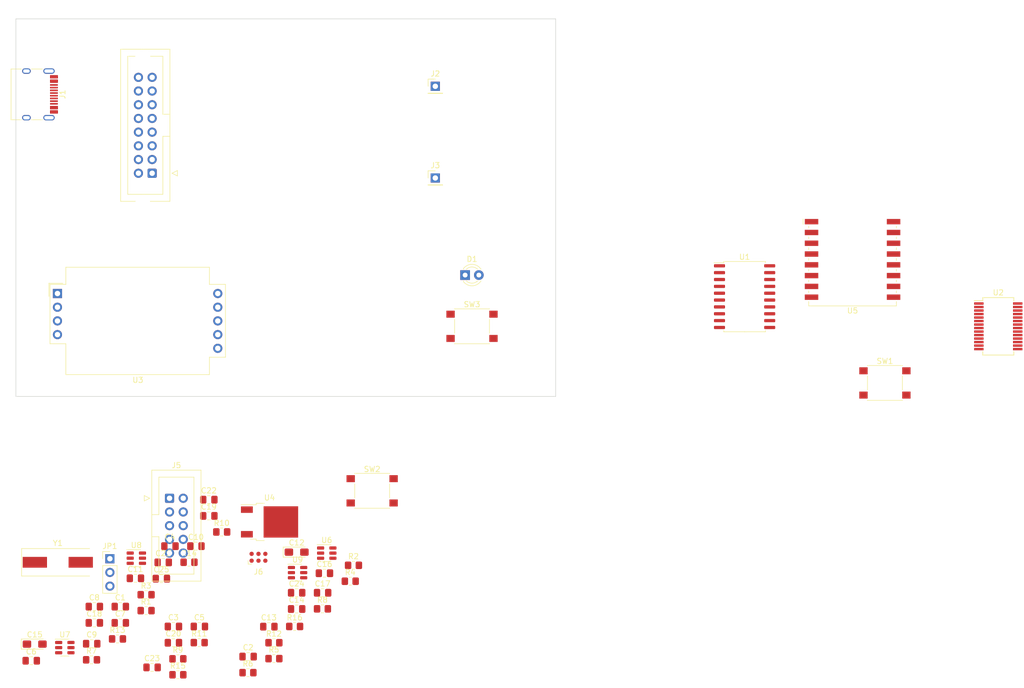
<source format=kicad_pcb>
(kicad_pcb (version 20211014) (generator pcbnew)
  (layers (0 "F.Cu" signal) (31 "B.Cu" signal) (34 "B.Paste" user) (35 "F.Paste" user) (36 "B.SilkS" user "B.Silkscreen") (37 "F.SilkS" user "F.Silkscreen") (38 "B.Mask" user) (39 "F.Mask" user) (44 "Edge.Cuts" user))
  (net 0 "")
  (net 1 "GND")
  (net 2 "Net-(C1-Pad2)")
  (net 3 "Net-(C2-Pad2)")
  (net 4 "Net-(C3-Pad2)")
  (net 5 "+5V")
  (net 6 "Net-(C6-Pad2)")
  (net 7 "Net-(C13-Pad2)")
  (net 8 "Net-(C14-Pad2)")
  (net 9 "+3.3V")
  (net 10 "Net-(D1-Pad2)")
  (net 12 "Net-(J1-PadA6)")
  (net 13 "Net-(J1-PadA7)")
  (net 17 "/RS")
  (net 18 "/VO")
  (net 19 "/E")
  (net 24 "/DB5")
  (net 25 "/DB4")
  (net 26 "/DB7")
  (net 27 "/DB6")
  (net 28 "/LED+")
  (net 29 "Net-(J5-Pad1)")
  (net 31 "/ESP_EN")
  (net 32 "/VDD")
  (net 33 "/ESP_TXD")
  (net 34 "/ESP_RXD")
  (net 35 "/ESP_IO0")
  (net 36 "Net-(JP1-Pad1)")
  (net 37 "Net-(JP1-Pad2)")
  (net 38 "/AVR_DEBUG_TXD")
  (net 39 "Net-(R2-Pad1)")
  (net 40 "Net-(R4-Pad2)")
  (net 41 "Net-(R10-Pad2)")
  (net 42 "Net-(R11-Pad2)")
  (net 43 "Net-(R12-Pad2)")
  (net 44 "Net-(R14-Pad2)")
  (net 45 "Net-(R16-Pad2)")
  (net 46 "Net-(U1-Pad2)")
  (net 47 "Net-(U1-Pad3)")
  (net 48 "/AVR_DEBUG_RXD")
  (net 49 "/AVR_TXD")
  (net 50 "/AVR_RXD")
  (net 51 "Net-(J5-Pad7)")
  (net 52 "Net-(J5-Pad9)")
  (net 74 "/ESP_DEBUG_TXD")
  (net 75 "/ESP_DEBUG_RXD")
  (footprint "Capacitor_SMD:C_0805_2012Metric_Pad1.18x1.45mm_HandSolder" (layer "F.Cu") (at 97.53 175.98)
    (fp_text reference "C18" (at 0 -1.68) (layer "F.SilkS"))
    (fp_text value "100nF")
    (pad "1" smd roundrect (at -1.0375 0) (size 1.175 1.45) (layers "F.Cu" "F.Paste" "F.Mask") (roundrect_rratio 0.212766) (net 1 "GND"))
    (pad "2" smd roundrect (at 1.0375 0) (size 1.175 1.45) (layers "F.Cu" "F.Paste" "F.Mask") (roundrect_rratio 0.212766) (net 9 "+3.3V"))
  )
  (footprint "Capacitor_SMD:C_0805_2012Metric_Pad1.18x1.45mm_HandSolder" (layer "F.Cu") (at 116.35 161.76)
    (fp_text reference "C10" (at 0 -1.68) (layer "F.SilkS"))
    (fp_text value "1uF")
    (pad "1" smd roundrect (at -1.0375 0) (size 1.175 1.45) (layers "F.Cu" "F.Paste" "F.Mask") (roundrect_rratio 0.212766) (net 5 "+5V"))
    (pad "2" smd roundrect (at 1.0375 0) (size 1.175 1.45) (layers "F.Cu" "F.Paste" "F.Mask") (roundrect_rratio 0.212766) (net 1 "GND"))
  )
  (footprint "MountingHole:MountingHole_3.2mm_M3" (layer "F.Cu") (at 179 130)
    (fp_text reference locked "REF**" hide)
    (fp_text value "MountingHole_3.2mm_M3" hide)
    (pad "" np_thru_hole circle locked (at 0 0) (size 3.2 3.2) (drill 3.2) (layers F&B.Cu *.Mask))
  )
  (footprint "RF_Module:ESP-07" (layer "F.Cu") (at 238 106.5)
    (fp_text reference "U5" (at 0 11.6) (layer "F.SilkS"))
    (fp_text value "ESP-07")
    (pad "1" smd rect (at -7.6 -4.9) (size 2.5 1) (layers "F.Cu" "F.Paste" "F.Mask") (net 7 "Net-(C13-Pad2)"))
    (pad "2" smd rect (at -7.6 -2.9) (size 2.5 1) (layers "F.Cu" "F.Paste" "F.Mask"))
    (pad "3" smd rect (at -7.6 -0.9) (size 2.5 1) (layers "F.Cu" "F.Paste" "F.Mask") (net 9 "+3.3V"))
    (pad "4" smd rect (at -7.6 1.1) (size 2.5 1) (layers "F.Cu" "F.Paste" "F.Mask") (net 8 "Net-(C14-Pad2)"))
    (pad "5" smd rect (at -7.6 3.1) (size 2.5 1) (layers "F.Cu" "F.Paste" "F.Mask"))
    (pad "6" smd rect (at -7.6 5.1) (size 2.5 1) (layers "F.Cu" "F.Paste" "F.Mask") (net 42 "Net-(R11-Pad2)"))
    (pad "7" smd rect (at -7.6 7.1) (size 2.5 1) (layers "F.Cu" "F.Paste" "F.Mask"))
    (pad "8" smd rect (at -7.6 9.1) (size 2.5 1) (layers "F.Cu" "F.Paste" "F.Mask") (net 9 "+3.3V"))
    (pad "9" smd rect (at 7.6 9.1) (size 2.5 1) (layers "F.Cu" "F.Paste" "F.Mask") (net 1 "GND"))
    (pad "10" smd rect (at 7.6 7.1) (size 2.5 1) (layers "F.Cu" "F.Paste" "F.Mask") (net 44 "Net-(R14-Pad2)"))
    (pad "11" smd rect (at 7.6 5.1) (size 2.5 1) (layers "F.Cu" "F.Paste" "F.Mask") (net 43 "Net-(R12-Pad2)"))
    (pad "12" smd rect (at 7.6 3.1) (size 2.5 1) (layers "F.Cu" "F.Paste" "F.Mask") (net 41 "Net-(R10-Pad2)"))
    (pad "13" smd rect (at 7.6 1.1) (size 2.5 1) (layers "F.Cu" "F.Paste" "F.Mask") (net 74 "/ESP_DEBUG_TXD"))
    (pad "14" smd rect (at 7.6 -0.9) (size 2.5 1) (layers "F.Cu" "F.Paste" "F.Mask") (net 75 "/ESP_DEBUG_RXD"))
    (pad "15" smd rect (at 7.6 -2.9) (size 2.5 1) (layers "F.Cu" "F.Paste" "F.Mask") (net 45 "Net-(R16-Pad2)"))
    (pad "16" smd rect (at 7.6 -4.9) (size 2.5 1) (layers "F.Cu" "F.Paste" "F.Mask") (net 33 "/ESP_TXD"))
  )
  (footprint "Resistor_SMD:R_0805_2012Metric_Pad1.20x1.40mm_HandSolder" (layer "F.Cu") (at 134.64 176.65)
    (fp_text reference "R16" (at 0 -1.65) (layer "F.SilkS"))
    (fp_text value "220R")
    (pad "1" smd roundrect (at -1 0) (size 1.2 1.4) (layers "F.Cu" "F.Paste" "F.Mask") (roundrect_rratio 0.208333) (net 34 "/ESP_RXD"))
    (pad "2" smd roundrect (at 1 0) (size 1.2 1.4) (layers "F.Cu" "F.Paste" "F.Mask") (roundrect_rratio 0.208333) (net 45 "Net-(R16-Pad2)"))
  )
  (footprint "Package_TO_SOT_SMD:SOT-23-6" (layer "F.Cu") (at 92.06 180.57)
    (fp_text reference "U7" (at 0 -2.4) (layer "F.SilkS"))
    (fp_text value "SN74LVC1T45DBV")
    (pad "1" smd roundrect (at -1.1375 -0.95) (size 1.325 0.6) (layers "F.Cu" "F.Paste" "F.Mask") (net 9 "+3.3V"))
    (pad "2" smd roundrect (at -1.1375 0) (size 1.325 0.6) (layers "F.Cu" "F.Paste" "F.Mask") (net 1 "GND"))
    (pad "3" smd roundrect (at -1.1375 0.95) (size 1.325 0.6) (layers "F.Cu" "F.Paste" "F.Mask") (net 74 "/ESP_DEBUG_TXD"))
    (pad "4" smd roundrect (at 1.1375 0.95) (size 1.325 0.6) (layers "F.Cu" "F.Paste" "F.Mask") (net 36 "Net-(JP1-Pad1)"))
    (pad "5" smd roundrect (at 1.1375 0) (size 1.325 0.6) (layers "F.Cu" "F.Paste" "F.Mask") (net 9 "+3.3V"))
    (pad "6" smd roundrect (at 1.1375 -0.95) (size 1.325 0.6) (layers "F.Cu" "F.Paste" "F.Mask") (net 5 "+5V"))
  )
  (footprint "Package_TO_SOT_SMD:SOT-23-6" (layer "F.Cu") (at 135.18 166.67)
    (fp_text reference "U9" (at 0 -2.4) (layer "F.SilkS"))
    (fp_text value "SN74LVC1T45DBV")
    (pad "1" smd roundrect (at -1.1375 -0.95) (size 1.325 0.6) (layers "F.Cu" "F.Paste" "F.Mask") (net 9 "+3.3V"))
    (pad "2" smd roundrect (at -1.1375 0) (size 1.325 0.6) (layers "F.Cu" "F.Paste" "F.Mask") (net 1 "GND"))
    (pad "3" smd roundrect (at -1.1375 0.95) (size 1.325 0.6) (layers "F.Cu" "F.Paste" "F.Mask") (net 33 "/ESP_TXD"))
    (pad "4" smd roundrect (at 1.1375 0.95) (size 1.325 0.6) (layers "F.Cu" "F.Paste" "F.Mask") (net 50 "/AVR_RXD"))
    (pad "5" smd roundrect (at 1.1375 0) (size 1.325 0.6) (layers "F.Cu" "F.Paste" "F.Mask") (net 9 "+3.3V"))
    (pad "6" smd roundrect (at 1.1375 -0.95) (size 1.325 0.6) (layers "F.Cu" "F.Paste" "F.Mask") (net 5 "+5V"))
  )
  (footprint "Capacitor_SMD:C_0805_2012Metric_Pad1.18x1.45mm_HandSolder" (layer "F.Cu") (at 109.95 167.78)
    (fp_text reference "C25" (at 0 -1.68) (layer "F.SilkS"))
    (fp_text value "100nF")
    (pad "1" smd roundrect (at -1.0375 0) (size 1.175 1.45) (layers "F.Cu" "F.Paste" "F.Mask") (roundrect_rratio 0.212766) (net 5 "+5V"))
    (pad "2" smd roundrect (at 1.0375 0) (size 1.175 1.45) (layers "F.Cu" "F.Paste" "F.Mask") (roundrect_rratio 0.212766) (net 1 "GND"))
  )
  (footprint "Button_Switch_SMD:SW_Push_1P1T_NO_6x6mm_H9.5mm" (layer "F.Cu") (at 244 131.5)
    (fp_text reference "SW1" (at 0 -4.05) (layer "F.SilkS"))
    (fp_text value "\"Reset\"")
    (pad "1" smd rect (at -3.975 -2.25) (size 1.55 1.3) (layers "F.Cu" "F.Paste" "F.Mask") (net 1 "GND"))
    (pad "1" smd rect (at 3.975 -2.25) (size 1.55 1.3) (layers "F.Cu" "F.Paste" "F.Mask") (net 1 "GND"))
    (pad "2" smd rect (at 3.975 2.25) (size 1.55 1.3) (layers "F.Cu" "F.Paste" "F.Mask") (net 2 "Net-(C1-Pad2)"))
    (pad "2" smd rect (at -3.975 2.25) (size 1.55 1.3) (layers "F.Cu" "F.Paste" "F.Mask") (net 2 "Net-(C1-Pad2)"))
  )
  (footprint "Button_Switch_SMD:SW_Push_1P1T_NO_6x6mm_H9.5mm" (layer "F.Cu") (at 167.5 121)
    (fp_text reference locked "SW3" (at 0 -4.05) (layer "F.SilkS"))
    (fp_text value locked "\"Config\"")
    (pad "1" smd rect locked (at -3.975 -2.25) (size 1.55 1.3) (layers "F.Cu" "F.Paste" "F.Mask") (net 1 "GND"))
    (pad "1" smd rect locked (at 3.975 -2.25) (size 1.55 1.3) (layers "F.Cu" "F.Paste" "F.Mask") (net 1 "GND"))
    (pad "2" smd rect locked (at 3.975 2.25) (size 1.55 1.3) (layers "F.Cu" "F.Paste" "F.Mask") (net 8 "Net-(C14-Pad2)"))
    (pad "2" smd rect locked (at -3.975 2.25) (size 1.55 1.3) (layers "F.Cu" "F.Paste" "F.Mask") (net 8 "Net-(C14-Pad2)"))
  )
  (footprint "Capacitor_SMD:C_0805_2012Metric_Pad1.18x1.45mm_HandSolder" (layer "F.Cu") (at 108.23 184.24)
    (fp_text reference "C23" (at 0 -1.68) (layer "F.SilkS"))
    (fp_text value "100nF")
    (pad "1" smd roundrect (at -1.0375 0) (size 1.175 1.45) (layers "F.Cu" "F.Paste" "F.Mask") (roundrect_rratio 0.212766) (net 5 "+5V"))
    (pad "2" smd roundrect (at 1.0375 0) (size 1.175 1.45) (layers "F.Cu" "F.Paste" "F.Mask") (roundrect_rratio 0.212766) (net 1 "GND"))
  )
  (footprint "Capacitor_SMD:C_0805_2012Metric_Pad1.18x1.45mm_HandSolder" (layer "F.Cu") (at 112.18 176.66)
    (fp_text reference "C3" (at 0 -1.68) (layer "F.SilkS"))
    (fp_text value "20pF")
    (pad "1" smd roundrect (at -1.0375 0) (size 1.175 1.45) (layers "F.Cu" "F.Paste" "F.Mask") (roundrect_rratio 0.212766) (net 1 "GND"))
    (pad "2" smd roundrect (at 1.0375 0) (size 1.175 1.45) (layers "F.Cu" "F.Paste" "F.Mask") (roundrect_rratio 0.212766) (net 4 "Net-(C3-Pad2)"))
  )
  (footprint "Resistor_SMD:R_0805_2012Metric_Pad1.20x1.40mm_HandSolder" (layer "F.Cu") (at 115.07 164.74)
    (fp_text reference "R14" (at 0 -1.65) (layer "F.SilkS"))
    (fp_text value "10K")
    (pad "1" smd roundrect (at -1 0) (size 1.2 1.4) (layers "F.Cu" "F.Paste" "F.Mask") (roundrect_rratio 0.208333) (net 1 "GND"))
    (pad "2" smd roundrect (at 1 0) (size 1.2 1.4) (layers "F.Cu" "F.Paste" "F.Mask") (roundrect_rratio 0.208333) (net 44 "Net-(R14-Pad2)"))
  )
  (footprint "MountingHole:MountingHole_3mm" (layer "F.Cu") (at 106.5 98.5 180)
    (fp_text reference "REF**" hide)
    (fp_text value "MountingHole_3mm" hide)
    (pad "" np_thru_hole circle locked (at 0 0 180) (size 3 3) (drill 3) (layers F&B.Cu *.Mask))
  )
  (footprint "MountingHole:MountingHole_3.2mm_M3" (layer "F.Cu") (at 179 68)
    (fp_text reference "REF**" hide)
    (fp_text value "MountingHole_3.2mm_M3" hide)
    (pad "" np_thru_hole circle locked (at 0 0) (size 3.2 3.2) (drill 3.2) (layers F&B.Cu *.Mask))
  )
  (footprint "Capacitor_Tantalum_SMD:CP_EIA-3216-18_Kemet-A_Pad1.58x1.35mm_HandSolder" (layer "F.Cu") (at 135.01 162.87)
    (fp_text reference "C12" (at 0 -1.75) (layer "F.SilkS"))
    (fp_text value "10uF x 10V")
    (pad "1" smd roundrect (at -1.4375 0) (size 1.575 1.35) (layers "F.Cu" "F.Paste" "F.Mask") (roundrect_rratio 0.185185) (net 5 "+5V"))
    (pad "2" smd roundrect (at 1.4375 0) (size 1.575 1.35) (layers "F.Cu" "F.Paste" "F.Mask") (roundrect_rratio 0.185185) (net 1 "GND"))
  )
  (footprint "Connector_USB:USB_C_Receptacle_HRO_TYPE-C-31-M-12" (layer "F.Cu") (at 86 78 -90)
    (fp_text reference "J1" (at 0 -5.645 90) (layer "F.SilkS"))
    (fp_text value "USB TYPE-C")
    (pad "" np_thru_hole circle locked (at -2.89 -2.6 270) (size 0.65 0.65) (drill 0.65) (layers *.Cu *.Mask))
    (pad "" np_thru_hole circle locked (at 2.89 -2.6 270) (size 0.65 0.65) (drill 0.65) (layers *.Cu *.Mask))
    (pad "A1" smd rect locked (at -3.25 -4.045 270) (size 0.6 1.45) (layers "F.Cu" "F.Paste" "F.Mask") (net 1 "GND"))
    (pad "A4" smd rect locked (at -2.45 -4.045 270) (size 0.6 1.45) (layers "F.Cu" "F.Paste" "F.Mask") (net 5 "+5V"))
    (pad "A5" smd rect locked (at -1.25 -4.045 270) (size 0.3 1.45) (layers "F.Cu" "F.Paste" "F.Mask"))
    (pad "A6" smd rect locked (at -0.25 -4.045 270) (size 0.3 1.45) (layers "F.Cu" "F.Paste" "F.Mask") (net 12 "Net-(J1-PadA6)"))
    (pad "A7" smd rect locked (at 0.25 -4.045 270) (size 0.3 1.45) (layers "F.Cu" "F.Paste" "F.Mask") (net 13 "Net-(J1-PadA7)"))
    (pad "A8" smd rect locked (at 1.25 -4.045 270) (size 0.3 1.45) (layers "F.Cu" "F.Paste" "F.Mask"))
    (pad "A9" smd rect locked (at 2.45 -4.045 270) (size 0.6 1.45) (layers "F.Cu" "F.Paste" "F.Mask") (net 5 "+5V"))
    (pad "A12" smd rect locked (at 3.25 -4.045 270) (size 0.6 1.45) (layers "F.Cu" "F.Paste" "F.Mask") (net 1 "GND"))
    (pad "B1" smd rect locked (at 3.25 -4.045 270) (size 0.6 1.45) (layers "F.Cu" "F.Paste" "F.Mask") (net 1 "GND"))
    (pad "B4" smd rect locked (at 2.45 -4.045 270) (size 0.6 1.45) (layers "F.Cu" "F.Paste" "F.Mask") (net 5 "+5V"))
    (pad "B5" smd rect locked (at 1.75 -4.045 270) (size 0.3 1.45) (layers "F.Cu" "F.Paste" "F.Mask"))
    (pad "B6" smd rect locked (at 0.75 -4.045 270) (size 0.3 1.45) (layers "F.Cu" "F.Paste" "F.Mask") (net 12 "Net-(J1-PadA6)"))
    (pad "B7" smd rect locked (at -0.75 -4.045 270) (size 0.3 1.45) (layers "F.Cu" "F.Paste" "F.Mask") (net 13 "Net-(J1-PadA7)"))
    (pad "B8" smd rect locked (at -1.75 -4.045 270) (size 0.3 1.45) (layers "F.Cu" "F.Paste" "F.Mask"))
    (pad "B9" smd rect locked (at -2.45 -4.045 270) (size 0.6 1.45) (layers "F.Cu" "F.Paste" "F.Mask") (net 5 "+5V"))
    (pad "B12" smd rect locked (at -3.25 -4.045 270) (size 0.6 1.45) (layers "F.Cu" "F.Paste" "F.Mask") (net 1 "GND"))
    (pad "S1" thru_hole oval locked (at -4.32 -3.13 270) (size 1 2.1) (drill oval 0.6 1.7) (layers *.Cu *.Mask) (net 1 "GND"))
    (pad "S1" thru_hole oval locked (at -4.32 1.05 270) (size 1 1.6) (drill oval 0.6 1.2) (layers *.Cu *.Mask) (net 1 "GND"))
    (pad "S1" thru_hole oval locked (at 4.32 -3.13 270) (size 1 2.1) (drill oval 0.6 1.7) (layers *.Cu *.Mask) (net 1 "GND"))
    (pad "S1" thru_hole oval locked (at 4.32 1.05 270) (size 1 1.6) (drill oval 0.6 1.2) (layers *.Cu *.Mask) (net 1 "GND"))
  )
  (footprint "Capacitor_SMD:C_0805_2012Metric_Pad1.18x1.45mm_HandSolder" (layer "F.Cu") (at 118.74 153.14)
    (fp_text reference "C22" (at 0 -1.68) (layer "F.SilkS"))
    (fp_text value "100nF")
    (pad "1" smd roundrect (at -1.0375 0) (size 1.175 1.45) (layers "F.Cu" "F.Paste" "F.Mask") (roundrect_rratio 0.212766) (net 1 "GND"))
    (pad "2" smd roundrect (at 1.0375 0) (size 1.175 1.45) (layers "F.Cu" "F.Paste" "F.Mask") (roundrect_rratio 0.212766) (net 9 "+3.3V"))
  )
  (footprint "Sensor:Senseair_S8_Up" (layer "F.Cu") (at 90.6975 114.92)
    (fp_text reference "U3" (at 14.9 16.04) (layer "F.SilkS"))
    (fp_text value "004-0-0053")
    (pad "1" thru_hole rect locked (at 0 0 180) (size 1.7 1.7) (drill 1) (layers *.Cu *.Mask) (net 5 "+5V"))
    (pad "2" thru_hole circle locked (at 0 2.54 180) (size 1.7 1.7) (drill 1) (layers *.Cu *.Mask) (net 1 "GND"))
    (pad "3" thru_hole circle locked (at 0 5.08 180) (size 1.7 1.7) (drill 1) (layers *.Cu *.Mask))
    (pad "4" thru_hole circle locked (at 0 7.62 180) (size 1.7 1.7) (drill 1) (layers *.Cu *.Mask))
    (pad "5" thru_hole circle locked (at 29.7 10.16 180) (size 1.7 1.7) (drill 1) (layers *.Cu *.Mask))
    (pad "6" thru_hole circle locked (at 29.7 7.62 180) (size 1.7 1.7) (drill 1) (layers *.Cu *.Mask))
    (pad "7" thru_hole circle locked (at 29.7 5.08 180) (size 1.7 1.7) (drill 1) (layers *.Cu *.Mask) (net 46 "Net-(U1-Pad2)"))
    (pad "8" thru_hole circle locked (at 29.7 2.54 180) (size 1.7 1.7) (drill 1) (layers *.Cu *.Mask) (net 47 "Net-(U1-Pad3)"))
    (pad "9" thru_hole circle locked (at 29.7 0 180) (size 1.7 1.7) (drill 1) (layers *.Cu *.Mask))
  )
  (footprint "Connector_PinHeader_2.54mm:PinHeader_1x03_P2.54mm_Vertical" (layer "F.Cu") (at 100.41 164.09)
    (fp_text reference "JP1" (at 0 -2.33) (layer "F.SilkS"))
    (fp_text value "\"UART RX jumper\"")
    (pad "1" thru_hole rect (at 0 0) (size 1.7 1.7) (drill 1) (layers *.Cu *.Mask) (net 36 "Net-(JP1-Pad1)"))
    (pad "2" thru_hole oval (at 0 2.54) (size 1.7 1.7) (drill 1) (layers *.Cu *.Mask) (net 37 "Net-(JP1-Pad2)"))
    (pad "3" thru_hole oval (at 0 5.08) (size 1.7 1.7) (drill 1) (layers *.Cu *.Mask) (net 38 "/AVR_DEBUG_TXD"))
  )
  (footprint "Crystal:Crystal_SMD_HC49-SD" (layer "F.Cu") (at 90.76 164.75)
    (fp_text reference "Y1" (at 0 -3.55) (layer "F.SilkS"))
    (fp_text value "4 MHz")
    (pad "1" smd rect (at -4.25 0) (size 4.5 2) (layers "F.Cu" "F.Paste" "F.Mask") (net 4 "Net-(C3-Pad2)"))
    (pad "2" smd rect (at 4.25 0) (size 4.5 2) (layers "F.Cu" "F.Paste" "F.Mask") (net 3 "Net-(C2-Pad2)"))
  )
  (footprint "Connector:Tag-Connect_TC2030-IDC-NL_2x03_P1.27mm_Vertical" (layer "F.Cu") (at 127.94 163.82)
    (fp_text reference "J6" (at 0 2.7) (layer "F.SilkS"))
    (fp_text value "BH1.27-6-2")
    (pad "" np_thru_hole circle (at 2.54 -1.016) (size 0.9906 0.9906) (drill 0.9906) (layers *.Cu *.Mask))
    (pad "" np_thru_hole circle (at 2.54 1.016) (size 0.9906 0.9906) (drill 0.9906) (layers *.Cu *.Mask))
    (pad "" np_thru_hole circle (at -2.54 0) (size 0.9906 0.9906) (drill 0.9906) (layers *.Cu *.Mask))
    (pad "1" connect circle (at -1.27 0.635) (size 0.7874 0.7874) (layers "F.Cu" "F.Mask") (net 31 "/ESP_EN"))
    (pad "2" connect circle (at -1.27 -0.635) (size 0.7874 0.7874) (layers "F.Cu" "F.Mask") (net 32 "/VDD"))
    (pad "3" connect circle (at 0 0.635) (size 0.7874 0.7874) (layers "F.Cu" "F.Mask") (net 33 "/ESP_TXD"))
    (pad "4" connect circle (at 0 -0.635) (size 0.7874 0.7874) (layers "F.Cu" "F.Mask") (net 1 "GND"))
    (pad "5" connect circle (at 1.27 0.635) (size 0.7874 0.7874) (layers "F.Cu" "F.Mask") (net 34 "/ESP_RXD"))
    (pad "6" connect circle (at 1.27 -0.635) (size 0.7874 0.7874) (layers "F.Cu" "F.Mask") (net 35 "/ESP_IO0"))
  )
  (footprint "Resistor_SMD:R_0805_2012Metric_Pad1.20x1.40mm_HandSolder" (layer "F.Cu") (at 113.01 182.65)
    (fp_text reference "R9" (at 0 -1.65) (layer "F.SilkS"))
    (fp_text value "10K")
    (pad "1" smd roundrect (at -1 0) (size 1.2 1.4) (layers "F.Cu" "F.Paste" "F.Mask") (roundrect_rratio 0.208333) (net 5 "+5V"))
    (pad "2" smd roundrect (at 1 0) (size 1.2 1.4) (layers "F.Cu" "F.Paste" "F.Mask") (roundrect_rratio 0.208333) (net 8 "Net-(C14-Pad2)"))
  )
  (footprint "MountingHole:MountingHole_3mm" (layer "F.Cu") (at 159.5 98.5 180)
    (fp_text reference "REF**" hide)
    (fp_text value "MountingHole_3mm" hide)
    (pad "" np_thru_hole circle locked (at 0 0 180) (size 3 3) (drill 3) (layers F&B.Cu *.Mask))
  )
  (footprint "Package_TO_SOT_SMD:SOT-23-6" (layer "F.Cu") (at 140.59 163.05)
    (fp_text reference "U6" (at 0 -2.4) (layer "F.SilkS"))
    (fp_text value "SN74LVC1T45DBV")
    (pad "1" smd roundrect (at -1.1375 -0.95) (size 1.325 0.6) (layers "F.Cu" "F.Paste" "F.Mask") (net 9 "+3.3V"))
    (pad "2" smd roundrect (at -1.1375 0) (size 1.325 0.6) (layers "F.Cu" "F.Paste" "F.Mask") (net 1 "GND"))
    (pad "3" smd roundrect (at -1.1375 0.95) (size 1.325 0.6) (layers "F.Cu" "F.Paste" "F.Mask") (net 45 "Net-(R16-Pad2)"))
    (pad "4" smd roundrect (at 1.1375 0.95) (size 1.325 0.6) (layers "F.Cu" "F.Paste" "F.Mask") (net 49 "/AVR_TXD"))
    (pad "5" smd roundrect (at 1.1375 0) (size 1.325 0.6) (layers "F.Cu" "F.Paste" "F.Mask") (net 1 "GND"))
    (pad "6" smd roundrect (at 1.1375 -0.95) (size 1.325 0.6) (layers "F.Cu" "F.Paste" "F.Mask") (net 5 "+5V"))
  )
  (footprint "Resistor_SMD:R_0805_2012Metric_Pad1.20x1.40mm_HandSolder" (layer "F.Cu") (at 130.8 179.66)
    (fp_text reference "R12" (at 0 -1.65) (layer "F.SilkS"))
    (fp_text value "10K")
    (pad "1" smd roundrect (at -1 0) (size 1.2 1.4) (layers "F.Cu" "F.Paste" "F.Mask") (roundrect_rratio 0.208333) (net 9 "+3.3V"))
    (pad "2" smd roundrect (at 1 0) (size 1.2 1.4) (layers "F.Cu" "F.Paste" "F.Mask") (roundrect_rratio 0.208333) (net 43 "Net-(R12-Pad2)"))
  )
  (footprint "MountingHole:MountingHole_3.2mm_M3" (layer "F.Cu") (at 87 68)
    (fp_text reference "REF**" hide)
    (fp_text value "MountingHole_3.2mm_M3" hide)
    (pad "" np_thru_hole circle locked (at 0 0) (size 3.2 3.2) (drill 3.2) (layers *.Cu *.Mask))
  )
  (footprint "MountingHole:MountingHole_3.2mm_M3" (layer "F.Cu") (at 87 130)
    (fp_text reference "REF**" hide)
    (fp_text value "MountingHole_3.2mm_M3" hide)
    (pad "" np_thru_hole circle locked (at 0 0) (size 3.2 3.2) (drill 3.2) (layers F&B.Cu *.Mask))
  )
  (footprint "Package_SO:SOIC-20W_7.5x12.8mm_P1.27mm" (layer "F.Cu") (at 218 115.5)
    (fp_text reference "U1" (at 0 -7.35) (layer "F.SilkS"))
    (fp_text value "ATtiny2313A-SU")
    (pad "1" smd roundrect (at -4.65 -5.715) (size 2.05 0.6) (layers "F.Cu" "F.Paste" "F.Mask") (net 2 "Net-(C1-Pad2)"))
    (pad "2" smd roundrect (at -4.65 -4.445) (size 2.05 0.6) (layers "F.Cu" "F.Paste" "F.Mask") (net 46 "Net-(U1-Pad2)"))
    (pad "3" smd roundrect (at -4.65 -3.175) (size 2.05 0.6) (layers "F.Cu" "F.Paste" "F.Mask") (net 47 "Net-(U1-Pad3)"))
    (pad "4" smd roundrect (at -4.65 -1.905) (size 2.05 0.6) (layers "F.Cu" "F.Paste" "F.Mask") (net 4 "Net-(C3-Pad2)"))
    (pad "5" smd roundrect (at -4.65 -0.635) (size 2.05 0.6) (layers "F.Cu" "F.Paste" "F.Mask") (net 3 "Net-(C2-Pad2)"))
    (pad "6" smd roundrect (at -4.65 0.635) (size 2.05 0.6) (layers "F.Cu" "F.Paste" "F.Mask") (net 25 "/DB4"))
    (pad "7" smd roundrect (at -4.65 1.905) (size 2.05 0.6) (layers "F.Cu" "F.Paste" "F.Mask") (net 24 "/DB5"))
    (pad "8" smd roundrect (at -4.65 3.175) (size 2.05 0.6) (layers "F.Cu" "F.Paste" "F.Mask") (net 27 "/DB6"))
    (pad "9" smd roundrect (at -4.65 4.445) (size 2.05 0.6) (layers "F.Cu" "F.Paste" "F.Mask") (net 26 "/DB7"))
    (pad "10" smd roundrect (at -4.65 5.715) (size 2.05 0.6) (layers "F.Cu" "F.Paste" "F.Mask") (net 1 "GND"))
    (pad "11" smd roundrect (at 4.65 5.715) (size 2.05 0.6) (layers "F.Cu" "F.Paste" "F.Mask") (net 17 "/RS"))
    (pad "12" smd roundrect (at 4.65 4.445) (size 2.05 0.6) (layers "F.Cu" "F.Paste" "F.Mask") (net 48 "/AVR_DEBUG_RXD"))
    (pad "13" smd roundrect (at 4.65 3.175) (size 2.05 0.6) (layers "F.Cu" "F.Paste" "F.Mask") (net 38 "/AVR_DEBUG_TXD"))
    (pad "14" smd roundrect (at 4.65 1.905) (size 2.05 0.6) (layers "F.Cu" "F.Paste" "F.Mask") (net 49 "/AVR_TXD"))
    (pad "15" smd roundrect (at 4.65 0.635) (size 2.05 0.6) (layers "F.Cu" "F.Paste" "F.Mask") (net 50 "/AVR_RXD"))
    (pad "16" smd roundrect (at 4.65 -0.635) (size 2.05 0.6) (layers "F.Cu" "F.Paste" "F.Mask") (net 40 "Net-(R4-Pad2)"))
    (pad "17" smd roundrect (at 4.65 -1.905) (size 2.05 0.6) (layers "F.Cu" "F.Paste" "F.Mask") (net 29 "Net-(J5-Pad1)"))
    (pad "18" smd roundrect (at 4.65 -3.175) (size 2.05 0.6) (layers "F.Cu" "F.Paste" "F.Mask") (net 52 "Net-(J5-Pad9)"))
    (pad "19" smd roundrect (at 4.65 -4.445) (size 2.05 0.6) (layers "F.Cu" "F.Paste" "F.Mask") (net 51 "Net-(J5-Pad7)"))
    (pad "20" smd roundrect (at 4.65 -5.715) (size 2.05 0.6) (layers "F.Cu" "F.Paste" "F.Mask") (net 5 "+5V"))
  )
  (footprint "Capacitor_SMD:C_0805_2012Metric_Pad1.18x1.45mm_HandSolder" (layer "F.Cu") (at 102.34 175.98)
    (fp_text reference "C7" (at 0 -1.68) (layer "F.SilkS"))
    (fp_text value "100nF")
    (pad "1" smd roundrect (at -1.0375 0) (size 1.175 1.45) (layers "F.Cu" "F.Paste" "F.Mask") (roundrect_rratio 0.212766) (net 5 "+5V"))
    (pad "2" smd roundrect (at 1.0375 0) (size 1.175 1.45) (layers "F.Cu" "F.Paste" "F.Mask") (roundrect_rratio 0.212766) (net 1 "GND"))
  )
  (footprint "Capacitor_SMD:C_0805_2012Metric_Pad1.18x1.45mm_HandSolder" (layer "F.Cu") (at 135.01 170.4)
    (fp_text reference "C24" (at 0 -1.68) (layer "F.SilkS"))
    (fp_text value "100nF")
    (pad "1" smd roundrect (at -1.0375 0) (size 1.175 1.45) (layers "F.Cu" "F.Paste" "F.Mask") (roundrect_rratio 0.212766) (net 5 "+5V"))
    (pad "2" smd roundrect (at 1.0375 0) (size 1.175 1.45) (layers "F.Cu" "F.Paste" "F.Mask") (roundrect_rratio 0.212766) (net 1 "GND"))
  )
  (footprint "Capacitor_SMD:C_0805_2012Metric_Pad1.18x1.45mm_HandSolder" (layer "F.Cu") (at 139.82 170.4)
    (fp_text reference "C17" (at 0 -1.68) (layer "F.SilkS"))
    (fp_text value "100nF")
    (pad "1" smd roundrect (at -1.0375 0) (size 1.175 1.45) (layers "F.Cu" "F.Paste" "F.Mask") (roundrect_rratio 0.212766) (net 9 "+3.3V"))
    (pad "2" smd roundrect (at 1.0375 0) (size 1.175 1.45) (layers "F.Cu" "F.Paste" "F.Mask") (roundrect_rratio 0.212766) (net 1 "GND"))
  )
  (footprint "Connector_IDC:IDC-Header_2x08_P2.54mm_Vertical" (layer "F.Cu") (at 108.24 92.62 180)
    (fp_text reference "J4" (at 1.27 -6.1) (layer "F.SilkS"))
    (fp_text value "LCD0802")
    (pad "1" thru_hole roundrect locked (at 0 0 180) (size 1.7 1.7) (drill 1) (layers *.Cu *.Mask) (roundrect_rratio 0.147059) (net 5 "+5V"))
    (pad "2" thru_hole circle locked (at 2.54 0 180) (size 1.7 1.7) (drill 1) (layers *.Cu *.Mask) (net 1 "GND"))
    (pad "3" thru_hole circle locked (at 0 2.54 180) (size 1.7 1.7) (drill 1) (layers *.Cu *.Mask) (net 17 "/RS"))
    (pad "4" thru_hole circle locked (at 2.54 2.54 180) (size 1.7 1.7) (drill 1) (layers *.Cu *.Mask) (net 18 "/VO"))
    (pad "5" thru_hole circle locked (at 0 5.08 180) (size 1.7 1.7) (drill 1) (layers *.Cu *.Mask) (net 19 "/E"))
    (pad "6" thru_hole circle locked (at 2.54 5.08 180) (size 1.7 1.7) (drill 1) (layers *.Cu *.Mask) (net 1 "GND"))
    (pad "7" thru_hole circle locked (at 0 7.62 180) (size 1.7 1.7) (drill 1) (layers *.Cu *.Mask))
    (pad "8" thru_hole circle locked (at 2.54 7.62 180) (size 1.7 1.7) (drill 1) (layers *.Cu *.Mask))
    (pad "9" thru_hole circle locked (at 0 10.16 180) (size 1.7 1.7) (drill 1) (layers *.Cu *.Mask))
    (pad "10" thru_hole circle locked (at 2.54 10.16 180) (size 1.7 1.7) (drill 1) (layers *.Cu *.Mask))
    (pad "11" thru_hole circle locked (at 0 12.7 180) (size 1.7 1.7) (drill 1) (layers *.Cu *.Mask) (net 24 "/DB5"))
    (pad "12" thru_hole circle locked (at 2.54 12.7 180) (size 1.7 1.7) (drill 1) (layers *.Cu *.Mask) (net 25 "/DB4"))
    (pad "13" thru_hole circle locked (at 0 15.24 180) (size 1.7 1.7) (drill 1) (layers *.Cu *.Mask) (net 26 "/DB7"))
    (pad "14" thru_hole circle locked (at 2.54 15.24 180) (size 1.7 1.7) (drill 1) (layers *.Cu *.Mask) (net 27 "/DB6"))
    (pad "15" thru_hole circle locked (at 0 17.78 180) (size 1.7 1.7) (drill 1) (layers *.Cu *.Mask) (net 1 "GND"))
    (pad "16" thru_hole circle locked (at 2.54 17.78 180) (size 1.7 1.7) (drill 1) (layers *.Cu *.Mask) (net 28 "/LED+"))
  )
  (footprint "Resistor_SMD:R_0805_2012Metric_Pad1.20x1.40mm_HandSolder" (layer "F.Cu") (at 101.82 178.96)
    (fp_text reference "R13" (at 0 -1.65) (layer "F.SilkS"))
    (fp_text value "10K")
    (pad "1" smd roundrect (at -1 0) (size 1.2 1.4) (layers "F.Cu" "F.Paste" "F.Mask") (roundrect_rratio 0.208333) (net 9 "+3.3V"))
    (pad "2" smd roundrect (at 1 0) (size 1.2 1.4) (layers "F.Cu" "F.Paste" "F.Mask") (roundrect_rratio 0.208333) (net 35 "/ESP_IO0"))
  )
  (footprint "Resistor_SMD:R_0805_2012Metric_Pad1.20x1.40mm_HandSolder" (layer "F.Cu") (at 125.99 185.21)
    (fp_text reference "R6" (at 0 -1.65) (layer "F.SilkS"))
    (fp_text value "9.1K")
    (pad "1" smd roundrect (at -1 0) (size 1.2 1.4) (layers "F.Cu" "F.Paste" "F.Mask") (roundrect_rratio 0.208333) (net 5 "+5V"))
    (pad "2" smd roundrect (at 1 0) (size 1.2 1.4) (layers "F.Cu" "F.Paste" "F.Mask") (roundrect_rratio 0.208333) (net 18 "/VO"))
  )
  (footprint "Resistor_SMD:R_0805_2012Metric_Pad1.20x1.40mm_HandSolder" (layer "F.Cu") (at 139.79 173.38)
    (fp_text reference "R8" (at 0 -1.65) (layer "F.SilkS"))
    (fp_text value "10K")
    (pad "1" smd roundrect (at -1 0) (size 1.2 1.4) (layers "F.Cu" "F.Paste" "F.Mask") (roundrect_rratio 0.208333) (net 9 "+3.3V"))
    (pad "2" smd roundrect (at 1 0) (size 1.2 1.4) (layers "F.Cu" "F.Paste" "F.Mask") (roundrect_rratio 0.208333) (net 7 "Net-(C13-Pad2)"))
  )
  (footprint "Resistor_SMD:R_0805_2012Metric_Pad1.20x1.40mm_HandSolder" (layer "F.Cu") (at 113.01 185.6)
    (fp_text reference "R15" (at 0 -1.65) (layer "F.SilkS"))
    (fp_text value "100R")
    (pad "1" smd roundrect (at -1 0) (size 1.2 1.4) (layers "F.Cu" "F.Paste" "F.Mask") (roundrect_rratio 0.208333) (net 31 "/ESP_EN"))
    (pad "2" smd roundrect (at 1 0) (size 1.2 1.4) (layers "F.Cu" "F.Paste" "F.Mask") (roundrect_rratio 0.208333) (net 7 "Net-(C13-Pad2)"))
  )
  (footprint "Resistor_SMD:R_0805_2012Metric_Pad1.20x1.40mm_HandSolder" (layer "F.Cu") (at 107.12 170.76)
    (fp_text reference "R3" (at 0 -1.65) (layer "F.SilkS"))
    (fp_text value "10K")
    (pad "1" smd roundrect (at -1 0) (size 1.2 1.4) (layers "F.Cu" "F.Paste" "F.Mask") (roundrect_rratio 0.208333) (net 39 "Net-(R2-Pad1)"))
    (pad "2" smd roundrect (at 1 0) (size 1.2 1.4) (layers "F.Cu" "F.Paste" "F.Mask") (roundrect_rratio 0.208333) (net 1 "GND"))
  )
  (footprint "MountingHole:MountingHole_3mm" (layer "F.Cu") (at 159.5 71.5 180)
    (fp_text reference "REF**" hide)
    (fp_text value "MountingHole_3mm" hide)
    (pad "" np_thru_hole circle locked (at 0 0 180) (size 3 3) (drill 3) (layers F&B.Cu *.Mask))
  )
  (footprint "Capacitor_SMD:C_0805_2012Metric_Pad1.18x1.45mm_HandSolder" (layer "F.Cu") (at 126.02 182.23)
    (fp_text reference "C2" (at 0 -1.68) (layer "F.SilkS"))
    (fp_text value "20pF")
    (pad "1" smd roundrect (at -1.0375 0) (size 1.175 1.45) (layers "F.Cu" "F.Paste" "F.Mask") (roundrect_rratio 0.212766) (net 1 "GND"))
    (pad "2" smd roundrect (at 1.0375 0) (size 1.175 1.45) (layers "F.Cu" "F.Paste" "F.Mask") (roundrect_rratio 0.212766) (net 3 "Net-(C2-Pad2)"))
  )
  (footprint "Capacitor_SMD:C_0805_2012Metric_Pad1.18x1.45mm_HandSolder" (layer "F.Cu") (at 97.53 172.97)
    (fp_text reference "C8" (at 0 -1.68) (layer "F.SilkS"))
    (fp_text value "100nF")
    (pad "1" smd roundrect (at -1.0375 0) (size 1.175 1.45) (layers "F.Cu" "F.Paste" "F.Mask") (roundrect_rratio 0.212766) (net 5 "+5V"))
    (pad "2" smd roundrect (at 1.0375 0) (size 1.175 1.45) (layers "F.Cu" "F.Paste" "F.Mask") (roundrect_rratio 0.212766) (net 1 "GND"))
  )
  (footprint "Capacitor_SMD:C_0805_2012Metric_Pad1.18x1.45mm_HandSolder" (layer "F.Cu") (at 110.29 164.77)
    (fp_text reference "C21" (at 0 -1.68) (layer "F.SilkS"))
    (fp_text value "100nF")
    (pad "1" smd roundrect (at -1.0375 0) (size 1.175 1.45) (layers "F.Cu" "F.Paste" "F.Mask") (roundrect_rratio 0.212766) (net 1 "GND"))
    (pad "2" smd roundrect (at 1.0375 0) (size 1.175 1.45) (layers "F.Cu" "F.Paste" "F.Mask") (roundrect_rratio 0.212766) (net 9 "+3.3V"))
  )
  (footprint "Package_TO_SOT_SMD:TO-252-2" (layer "F.Cu") (at 129.99 157.27)
    (fp_text reference "U4" (at 0 -4.5) (layer "F.SilkS"))
    (fp_text value "NCP1117DT33G")
    (pad "1" smd rect (at -4.2 -2.28) (size 2.2 1.2) (layers "F.Cu" "F.Paste" "F.Mask") (net 1 "GND"))
    (pad "2" smd rect (at 2.1 0) (size 6.4 5.8) (layers "F.Cu" "F.Mask") (net 9 "+3.3V"))
    (pad "3" smd rect (at -4.2 2.28) (size 2.2 1.2) (layers "F.Cu" "F.Paste" "F.Mask") (net 5 "+5V"))
  )
  (footprint "Resistor_SMD:R_0805_2012Metric_Pad1.20x1.40mm_HandSolder" (layer "F.Cu") (at 107.12 173.71)
    (fp_text reference "R1" (at 0 -1.65) (layer "F.SilkS"))
    (fp_text value "10K")
    (pad "1" smd roundrect (at -1 0) (size 1.2 1.4) (layers "F.Cu" "F.Paste" "F.Mask") (roundrect_rratio 0.208333) (net 5 "+5V"))
    (pad "2" smd roundrect (at 1 0) (size 1.2 1.4) (layers "F.Cu" "F.Paste" "F.Mask") (roundrect_rratio 0.208333) (net 2 "Net-(C1-Pad2)"))
  )
  (footprint "Capacitor_SMD:C_0805_2012Metric_Pad1.18x1.45mm_HandSolder" (layer "F.Cu") (at 135.01 173.41)
    (fp_text reference "C14" (at 0 -1.68) (layer "F.SilkS"))
    (fp_text value "100nF")
    (pad "1" smd roundrect (at -1.0375 0) (size 1.175 1.45) (layers "F.Cu" "F.Paste" "F.Mask") (roundrect_rratio 0.212766) (net 1 "GND"))
    (pad "2" smd roundrect (at 1.0375 0) (size 1.175 1.45) (layers "F.Cu" "F.Paste" "F.Mask") (roundrect_rratio 0.212766) (net 8 "Net-(C14-Pad2)"))
  )
  (footprint "Capacitor_SMD:C_0805_2012Metric_Pad1.18x1.45mm_HandSolder" (layer "F.Cu") (at 111.54 161.76)
    (fp_text reference "C4" (at 0 -1.68) (layer "F.SilkS"))
    (fp_text value "1uF")
    (pad "1" smd roundrect (at -1.0375 0) (size 1.175 1.45) (layers "F.Cu" "F.Paste" "F.Mask") (roundrect_rratio 0.212766) (net 5 "+5V"))
    (pad "2" smd roundrect (at 1.0375 0) (size 1.175 1.45) (layers "F.Cu" "F.Paste" "F.Mask") (roundrect_rratio 0.212766) (net 1 "GND"))
  )
  (footprint "Resistor_SMD:R_0805_2012Metric_Pad1.20x1.40mm_HandSolder" (layer "F.Cu") (at 97.01 182.83)
    (fp_text reference "R7" (at 0 -1.65) (layer "F.SilkS"))
    (fp_text value "220R")
    (pad "1" smd roundrect (at -1 0) (size 1.2 1.4) (layers "F.Cu" "F.Paste" "F.Mask") (roundrect_rratio 0.208333) (net 28 "/LED+"))
    (pad "2" smd roundrect (at 1 0) (size 1.2 1.4) (layers "F.Cu" "F.Paste" "F.Mask") (roundrect_rratio 0.208333) (net 5 "+5V"))
  )
  (footprint "Button_Switch_SMD:SW_Push_1P1T_NO_6x6mm_H9.5mm" (layer "F.Cu") (at 149 151.5)
    (fp_text reference "SW2" (at 0 -4) (layer "F.SilkS"))
    (fp_text value "\"Reset\"")
    (pad "1" smd rect (at 3.975 -2.25) (size 1.55 1.3) (layers "F.Cu" "F.Paste" "F.Mask") (net 1 "GND"))
    (pad "1" smd rect (at -3.975 -2.25) (size 1.55 1.3) (layers "F.Cu" "F.Paste" "F.Mask") (net 1 "GND"))
    (pad "2" smd rect (at -3.975 2.25) (size 1.55 1.3) (layers "F.Cu" "F.Paste" "F.Mask") (net 7 "Net-(C13-Pad2)"))
    (pad "2" smd rect (at 3.975 2.25) (size 1.55 1.3) (layers "F.Cu" "F.Paste" "F.Mask") (net 7 "Net-(C13-Pad2)"))
  )
  (footprint "Package_TO_SOT_SMD:SOT-23-6" (layer "F.Cu") (at 105.31 163.99)
    (fp_text reference "U8" (at 0 -2.4) (layer "F.SilkS"))
    (fp_text value "SN74LVC1T45DBV")
    (pad "1" smd roundrect (at -1.1375 -0.95) (size 1.325 0.6) (layers "F.Cu" "F.Paste" "F.Mask") (net 9 "+3.3V"))
    (pad "2" smd roundrect (at -1.1375 0) (size 1.325 0.6) (layers "F.Cu" "F.Paste" "F.Mask") (net 1 "GND"))
    (pad "3" smd roundrect (at -1.1375 0.95) (size 1.325 0.6) (layers "F.Cu" "F.Paste" "F.Mask") (net 75 "/ESP_DEBUG_RXD"))
    (pad "4" smd roundrect (at 1.1375 0.95) (size 1.325 0.6) (layers "F.Cu" "F.Paste" "F.Mask") (net 48 "/AVR_DEBUG_RXD"))
    (pad "5" smd roundrect (at 1.1375 0) (size 1.325 0.6) (layers "F.Cu" "F.Paste" "F.Mask") (net 1 "GND"))
    (pad "6" smd roundrect (at 1.1375 -0.95) (size 1.325 0.6) (layers "F.Cu" "F.Paste" "F.Mask") (net 5 "+5V"))
  )
  (footprint "LED_THT:LED_D3.0mm_FlatTop" (layer "F.Cu") (at 166.225 111.5)
    (fp_text reference "D1" (at 1.27 -2.96) (layer "F.SilkS"))
    (fp_text value "\"Config\"")
    (pad "1" thru_hole rect locked (at 0 0) (size 1.8 1.8) (drill 0.9) (layers *.Cu *.Mask) (net 1 "GND"))
    (pad "2" thru_hole circle locked (at 2.54 0) (size 1.8 1.8) (drill 0.9) (layers *.Cu *.Mask) (net 10 "Net-(D1-Pad2)"))
  )
  (footprint "Resistor_SMD:R_0805_2012Metric_Pad1.20x1.40mm_HandSolder" (layer "F.Cu") (at 145.54 165.31)
    (fp_text reference "R2" (at 0 -1.65) (layer "F.SilkS"))
    (fp_text value "4.7K")
    (pad "1" smd roundrect (at -1 0) (size 1.2 1.4) (layers "F.Cu" "F.Paste" "F.Mask") (roundrect_rratio 0.208333) (net 39 "Net-(R2-Pad1)"))
    (pad "2" smd roundrect (at 1 0) (size 1.2 1.4) (layers "F.Cu" "F.Paste" "F.Mask") (roundrect_rratio 0.208333) (net 5 "+5V"))
  )
  (footprint "Package_SO:SSOP-28_5.3x10.2mm_P0.65mm" (layer "F.Cu") (at 265 121)
    (fp_text reference "U2" (at 0 -6.25) (layer "F.SilkS"))
    (fp_text value "FT232RL")
    (pad "1" smd rect (at -3.6 -4.225) (size 1.75 0.45) (layers "F.Cu" "F.Paste" "F.Mask") (net 48 "/AVR_DEBUG_RXD"))
    (pad "2" smd rect (at -3.6 -3.575) (size 1.75 0.45) (layers "F.Cu" "F.Paste" "F.Mask"))
    (pad "3" smd rect (at -3.6 -2.925) (size 1.75 0.45) (layers "F.Cu" "F.Paste" "F.Mask"))
    (pad "4" smd rect (at -3.6 -2.275) (size 1.75 0.45) (layers "F.Cu" "F.Paste" "F.Mask") (net 5 "+5V"))
    (pad "5" smd rect (at -3.6 -1.625) (size 1.75 0.45) (layers "F.Cu" "F.Paste" "F.Mask") (net 37 "Net-(JP1-Pad2)"))
    (pad "6" smd rect (at -3.6 -0.975) (size 1.75 0.45) (layers "F.Cu" "F.Paste" "F.Mask"))
    (pad "7" smd rect (at -3.6 -0.325) (size 1.75 0.45) (layers "F.Cu" "F.Paste" "F.Mask") (net 1 "GND"))
    (pad "8" smd rect (at -3.6 0.325) (size 1.75 0.45) (layers "F.Cu" "F.Paste" "F.Mask"))
    (pad "9" smd rect (at -3.6 0.975) (size 1.75 0.45) (layers "F.Cu" "F.Paste" "F.Mask"))
    (pad "10" smd rect (at -3.6 1.625) (size 1.75 0.45) (layers "F.Cu" "F.Paste" "F.Mask"))
    (pad "11" smd rect (at -3.6 2.275) (size 1.75 0.45) (layers "F.Cu" "F.Paste" "F.Mask"))
    (pad "12" smd rect (at -3.6 2.925) (size 1.75 0.45) (layers "F.Cu" "F.Paste" "F.Mask"))
    (pad "13" smd rect (at -3.6 3.575) (size 1.75 0.45) (layers "F.Cu" "F.Paste" "F.Mask"))
    (pad "14" smd rect (at -3.6 4.225) (size 1.75 0.45) (layers "F.Cu" "F.Paste" "F.Mask"))
    (pad "15" smd rect (at 3.6 4.225) (size 1.75 0.45) (layers "F.Cu" "F.Paste" "F.Mask") (net 12 "Net-(J1-PadA6)"))
    (pad "16" smd rect (at 3.6 3.575) (size 1.75 0.45) (layers "F.Cu" "F.Paste" "F.Mask") (net 13 "Net-(J1-PadA7)"))
    (pad "17" smd rect (at 3.6 2.925) (size 1.75 0.45) (layers "F.Cu" "F.Paste" "F.Mask") (net 6 "Net-(C6-Pad2)"))
    (pad "18" smd rect (at 3.6 2.275) (size 1.75 0.45) (layers "F.Cu" "F.Paste" "F.Mask") (net 1 "GND"))
    (pad "19" smd rect (at 3.6 1.625) (size 1.75 0.45) (layers "F.Cu" "F.Paste" "F.Mask") (net 39 "Net-(R2-Pad1)"))
    (pad "20" smd rect (at 3.6 0.975) (size 1.75 0.45) (layers "F.Cu" "F.Paste" "F.Mask") (net 5 "+5V"))
    (pad "21" smd rect (at 3.6 0.325) (size 1.75 0.45) (layers "F.Cu" "F.Paste" "F.Mask") (net 1 "GND"))
    (pad "22" smd rect (at 3.6 -0.325) (size 1.75 0.45) (layers "F.Cu" "F.Paste" "F.Mask"))
    (pad "23" smd rect (at 3.6 -0.975) (size 1.75 0.45) (layers "F.Cu" "F.Paste" "F.Mask"))
    (pad "24" smd rect (at 3.6 -1.625) (size 1.75 0.45) (layers "F.Cu" "F.Paste" "F.Mask"))
    (pad "25" smd rect (at 3.6 -2.275) (size 1.75 0.45) (layers "F.Cu" "F.Paste" "F.Mask") (net 1 "GND"))
    (pad "26" smd rect (at 3.6 -2.925) (size 1.75 0.45) (layers "F.Cu" "F.Paste" "F.Mask") (net 1 "GND"))
    (pad "27" smd rect (at 3.6 -3.575) (size 1.75 0.45) (layers "F.Cu" "F.Paste" "F.Mask"))
    (pad "28" smd rect (at 3.6 -4.225) (size 1.75 0.45) (layers "F.Cu" "F.Paste" "F.Mask"))
  )
  (footprint "Capacitor_SMD:C_0805_2012Metric_Pad1.18x1.45mm_HandSolder" (layer "F.Cu") (at 105.14 167.72)
    (fp_text reference "C11" (at 0 -1.68) (layer "F.SilkS"))
    (fp_text value "100nF")
    (pad "1" smd roundrect (at -1.0375 0) (size 1.175 1.45) (layers "F.Cu" "F.Paste" "F.Mask") (roundrect_rratio 0.212766) (net 5 "+5V"))
    (pad "2" smd roundrect (at 1.0375 0) (size 1.175 1.45) (layers "F.Cu" "F.Paste" "F.Mask") (roundrect_rratio 0.212766) (net 1 "GND"))
  )
  (footprint "Resistor_SMD:R_0805_2012Metric_Pad1.20x1.40mm_HandSolder" (layer "F.Cu") (at 130.8 182.61)
    (fp_text reference "R5" (at 0 -1.65) (layer "F.SilkS"))
    (fp_text value "1K")
    (pad "1" smd roundrect (at -1 0) (size 1.2 1.4) (layers "F.Cu" "F.Paste" "F.Mask") (roundrect_rratio 0.208333) (net 18 "/VO"))
    (pad "2" smd roundrect (at 1 0) (size 1.2 1.4) (layers "F.Cu" "F.Paste" "F.Mask") (roundrect_rratio 0.208333) (net 1 "GND"))
  )
  (footprint "Capacitor_SMD:C_0805_2012Metric_Pad1.18x1.45mm_HandSolder" (layer "F.Cu") (at 112.18 179.67)
    (fp_text reference "C20" (at 0 -1.68) (layer "F.SilkS"))
    (fp_text value "100nF")
    (pad "1" smd roundrect (at -1.0375 0) (size 1.175 1.45) (layers "F.Cu" "F.Paste" "F.Mask") (roundrect_rratio 0.212766) (net 1 "GND"))
    (pad "2" smd roundrect (at 1.0375 0) (size 1.175 1.45) (layers "F.Cu" "F.Paste" "F.Mask") (roundrect_rratio 0.212766) (net 9 "+3.3V"))
  )
  (footprint "Resistor_SMD:R_0805_2012Metric_Pad1.20x1.40mm_HandSolder" (layer "F.Cu") (at 121.13 159.13)
    (fp_text reference "R10" (at 0 -1.65) (layer "F.SilkS"))
    (fp_text value "1K")
    (pad "1" smd roundrect (at -1 0) (size 1.2 1.4) (layers "F.Cu" "F.Paste" "F.Mask") (roundrect_rratio 0.208333) (net 35 "/ESP_IO0"))
    (pad "2" smd roundrect (at 1 0) (size 1.2 1.4) (layers "F.Cu" "F.Paste" "F.Mask") (roundrect_rratio 0.208333) (net 41 "Net-(R10-Pad2)"))
  )
  (footprint "Capacitor_SMD:C_0805_2012Metric_Pad1.18x1.45mm_HandSolder" (layer "F.Cu") (at 85.84 183)
    (fp_text reference "C6" (at 0 -1.68) (layer "F.SilkS"))
    (fp_text value "100nF")
    (pad "1" smd roundrect (at -1.0375 0) (size 1.175 1.45) (layers "F.Cu" "F.Paste" "F.Mask") (roundrect_rratio 0.212766) (net 1 "GND"))
    (pad "2" smd roundrect (at 1.0375 0) (size 1.175 1.45) (layers "F.Cu" "F.Paste" "F.Mask") (roundrect_rratio 0.212766) (net 6 "Net-(C6-Pad2)"))
  )
  (footprint "MountingHole:MountingHole_3mm" (layer "F.Cu") (at 106.5 71.5 180)
    (fp_text reference "REF**" hide)
    (fp_text value "MountingHole_3mm" hide)
    (pad "" np_thru_hole circle locked (at 0 0 180) (size 3 3) (drill 3) (layers F&B.Cu *.Mask))
  )
  (footprint "Capacitor_SMD:C_0805_2012Metric_Pad1.18x1.45mm_HandSolder" (layer "F.Cu") (at 97.04 179.85)
    (fp_text reference "C9" (at 0 -1.68) (layer "F.SilkS"))
    (fp_text value "100nF")
    (pad "1" smd roundrect (at -1.0375 0) (size 1.175 1.45) (layers "F.Cu" "F.Paste" "F.Mask") (roundrect_rratio 0.212766) (net 5 "+5V"))
    (pad "2" smd roundrect (at 1.0375 0) (size 1.175 1.45) (layers "F.Cu" "F.Paste" "F.Mask") (roundrect_rratio 0.212766) (net 1 "GND"))
  )
  (footprint "Resistor_SMD:R_0805_2012Metric_Pad1.20x1.40mm_HandSolder" (layer "F.Cu") (at 144.94 168.26)
    (fp_text reference "R4" (at 0 -1.65) (layer "F.SilkS"))
    (fp_text value "100R")
    (pad "1" smd roundrect (at -1 0) (size 1.2 1.4) (layers "F.Cu" "F.Paste" "F.Mask") (roundrect_rratio 0.208333) (net 19 "/E"))
    (pad "2" smd roundrect (at 1 0) (size 1.2 1.4) (layers "F.Cu" "F.Paste" "F.Mask") (roundrect_rratio 0.208333) (net 40 "Net-(R4-Pad2)"))
  )
  (footprint "Capacitor_SMD:C_0805_2012Metric_Pad1.18x1.45mm_HandSolder" (layer "F.Cu") (at 140.16 166.78)
    (fp_text reference "C16" (at 0 -1.68) (layer "F.SilkS"))
    (fp_text value "1uF")
    (pad "1" smd roundrect (at -1.0375 0) (size 1.175 1.45) (layers "F.Cu" "F.Paste" "F.Mask") (roundrect_rratio 0.212766) (net 9 "+3.3V"))
    (pad "2" smd roundrect (at 1.0375 0) (size 1.175 1.45) (layers "F.Cu" "F.Paste" "F.Mask") (roundrect_rratio 0.212766) (net 1 "GND"))
  )
  (footprint "Connector_PinHeader_2.54mm:PinHeader_1x01_P2.54mm_Vertical" (layer "F.Cu") (at 160.7 93.5)
    (fp_text reference "J3" (at 0 -2.33) (layer "F.SilkS"))
    (fp_text value "Backlight")
    (pad "1" thru_hole rect locked (at 0 0) (size 1.7 1.7) (drill 1) (layers *.Cu *.Mask) (net 1 "GND"))
  )
  (footprint "Resistor_SMD:R_0805_2012Metric_Pad1.20x1.40mm_HandSolder" (layer "F.Cu") (at 116.96 179.64)
    (fp_text reference "R11" (at 0 -1.65) (layer "F.SilkS"))
    (fp_text value "100R")
    (pad "1" smd roundrect (at -1 0) (size 1.2 1.4) (layers "F.Cu" "F.Paste" "F.Mask") (roundrect_rratio 0.208333) (net 10 "Net-(D1-Pad2)"))
    (pad "2" smd roundrect (at 1 0) (size 1.2 1.4) (layers "F.Cu" "F.Paste" "F.Mask") (roundrect_rratio 0.208333) (net 42 "Net-(R11-Pad2)"))
  )
  (footprint "Capacitor_Tantalum_SMD:CP_EIA-3216-18_Kemet-A_Pad1.58x1.35mm_HandSolder" (layer "F.Cu") (at 86.48 179.92)
    (fp_text reference "C15" (at 0 -1.75) (layer "F.SilkS"))
    (fp_text value "10uF x 10V")
    (pad "1" smd roundrect (at -1.4375 0) (size 1.575 1.35) (layers "F.Cu" "F.Paste" "F.Mask") (roundrect_rratio 0.185185) (net 9 "+3.3V"))
    (pad "2" smd roundrect (at 1.4375 0) (size 1.575 1.35) (layers "F.Cu" "F.Paste" "F.Mask") (roundrect_rratio 0.185185) (net 1 "GND"))
  )
  (footprint "Capacitor_SMD:C_0805_2012Metric_Pad1.18x1.45mm_HandSolder" (layer "F.Cu") (at 116.99 176.66)
    (fp_text reference "C5" (at 0 -1.68) (layer "F.SilkS"))
    (fp_text value "100nF")
    (pad "1" smd roundrect (at -1.0375 0) (size 1.175 1.45) (layers "F.Cu" "F.Paste" "F.Mask") (roundrect_rratio 0.212766) (net 5 "+5V"))
    (pad "2" smd roundrect (at 1.0375 0) (size 1.175 1.45) (layers "F.Cu" "F.Paste" "F.Mask") (roundrect_rratio 0.212766) (net 1 "GND"))
  )
  (footprint "Capacitor_SMD:C_0805_2012Metric_Pad1.18x1.45mm_HandSolder" (layer "F.Cu") (at 102.34 172.97)
    (fp_text reference "C1" (at 0 -1.68) (layer "F.SilkS"))
    (fp_text value "100nF")
    (pad "1" smd roundrect (at -1.0375 0) (size 1.175 1.45) (layers "F.Cu" "F.Paste" "F.Mask") (roundrect_rratio 0.212766) (net 1 "GND"))
    (pad "2" smd roundrect (at 1.0375 0) (size 1.175 1.45) (layers "F.Cu" "F.Paste" "F.Mask") (roundrect_rratio 0.212766) (net 2 "Net-(C1-Pad2)"))
  )
  (footprint "Capacitor_SMD:C_0805_2012Metric_Pad1.18x1.45mm_HandSolder" (layer "F.Cu") (at 118.74 156.15)
    (fp_text reference "C19" (at 0 -1.68) (layer "F.SilkS"))
    (fp_text value "100nF")
    (pad "1" smd roundrect (at -1.0375 0) (size 1.175 1.45) (layers "F.Cu" "F.Paste" "F.Mask") (roundrect_rratio 0.212766) (net 5 "+5V"))
    (pad "2" smd roundrect (at 1.0375 0) (size 1.175 1.45) (layers "F.Cu" "F.Paste" "F.Mask") (roundrect_rratio 0.212766) (net 1 "GND"))
  )
  (footprint "Connector_IDC:IDC-Header_2x05_P2.54mm_Vertical" (layer "F.Cu") (at 111.46 152.88)
    (fp_text reference "J5" (at 1.27 -6.1) (layer "F.SilkS"))
    (fp_text value "AVR-ISP-10")
    (pad "1" thru_hole roundrect (at 0 0) (size 1.7 1.7) (drill 1) (layers *.Cu *.Mask) (roundrect_rratio 0.147059) (net 29 "Net-(J5-Pad1)"))
    (pad "2" thru_hole circle (at 2.54 0) (size 1.7 1.7) (drill 1) (layers *.Cu *.Mask) (net 5 "+5V"))
    (pad "3" thru_hole circle (at 0 2.54) (size 1.7 1.7) (drill 1) (layers *.Cu *.Mask))
    (pad "4" thru_hole circle (at 2.54 2.54) (size 1.7 1.7) (drill 1) (layers *.Cu *.Mask) (net 1 "GND"))
    (pad "5" thru_hole circle (at 0 5.08) (size 1.7 1.7) (drill 1) (layers *.Cu *.Mask) (net 2 "Net-(C1-Pad2)"))
    (pad "6" thru_hole circle (at 2.54 5.08) (size 1.7 1.7) (drill 1) (layers *.Cu *.Mask) (net 1 "GND"))
    (pad "7" thru_hole circle (at 0 7.62) (size 1.7 1.7) (drill 1) (layers *.Cu *.Mask) (net 51 "Net-(J5-Pad7)"))
    (pad "8" thru_hole circle (at 2.54 7.62) (size 1.7 1.7) (drill 1) (layers *.Cu *.Mask) (net 1 "GND"))
    (pad "9" thru_hole circle (at 0 10.16) (size 1.7 1.7) (drill 1) (layers *.Cu *.Mask) (net 52 "Net-(J5-Pad9)"))
    (pad "10" thru_hole circle (at 2.54 10.16) (size 1.7 1.7) (drill 1) (layers *.Cu *.Mask) (net 1 "GND"))
  )
  (footprint "Connector_PinHeader_2.54mm:PinHeader_1x01_P2.54mm_Vertical" (layer "F.Cu") (at 160.7 76.5)
    (fp_text reference "J2" (at 0 -2.33) (layer "F.SilkS"))
    (fp_text value "Backlight")
    (pad "1" thru_hole rect locked (at 0 0) (size 1.7 1.7) (drill 1) (layers *.Cu *.Mask) (net 28 "/LED+"))
  )
  (footprint "Capacitor_SMD:C_0805_2012Metric_Pad1.18x1.45mm_HandSolder" (layer "F.Cu") (at 129.86 176.68)
    (fp_text reference "C13" (at 0 -1.68) (layer "F.SilkS"))
    (fp_text value "100nF")
    (pad "1" smd roundrect (at -1.0375 0) (size 1.175 1.45) (layers "F.Cu" "F.Paste" "F.Mask") (roundrect_rratio 0.212766) (net 1 "GND"))
    (pad "2" smd roundrect (at 1.0375 0) (size 1.175 1.45) (layers "F.Cu" "F.Paste" "F.Mask") (roundrect_rratio 0.212766) (net 7 "Net-(C13-Pad2)"))
  )
  (gr_line locked (start 183 64) (end 83 64) (layer "Edge.Cuts") (width 0.1))
  (gr_line locked (start 83 134) (end 183 134) (layer "Edge.Cuts") (width 0.1))
  (gr_line locked (start 83 64) (end 83 134) (layer "Edge.Cuts") (width 0.1))
  (gr_line locked (start 183 134) (end 183 64) (layer "Edge.Cuts") (width 0.1))
)
</source>
